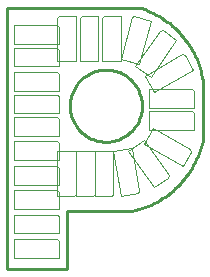
<source format=gto>
G75*
%MOIN*%
%OFA0B0*%
%FSLAX24Y24*%
%IPPOS*%
%LPD*%
%AMOC8*
5,1,8,0,0,1.08239X$1,22.5*
%
%ADD10C,0.0100*%
%ADD11C,0.0040*%
D10*
X002392Y002454D02*
X002392Y011142D01*
X006892Y011142D01*
X008954Y008517D02*
X008954Y006829D01*
X006579Y004392D02*
X004392Y004392D01*
X004392Y002454D01*
X002392Y002454D01*
X006580Y004392D02*
X006686Y004416D01*
X006792Y004445D01*
X006896Y004477D01*
X006999Y004513D01*
X007101Y004553D01*
X007202Y004596D01*
X007301Y004643D01*
X007398Y004693D01*
X007493Y004747D01*
X007586Y004804D01*
X007677Y004864D01*
X007766Y004928D01*
X007853Y004994D01*
X007937Y005064D01*
X008019Y005137D01*
X008098Y005212D01*
X008174Y005290D01*
X008248Y005371D01*
X008318Y005455D01*
X008386Y005541D01*
X008450Y005629D01*
X008511Y005720D01*
X008569Y005813D01*
X008624Y005907D01*
X008675Y006004D01*
X008723Y006102D01*
X008767Y006202D01*
X008808Y006304D01*
X008844Y006407D01*
X008878Y006511D01*
X008907Y006616D01*
X008933Y006722D01*
X008955Y006829D01*
X008954Y008516D02*
X008944Y008623D01*
X008930Y008729D01*
X008912Y008835D01*
X008890Y008940D01*
X008865Y009044D01*
X008836Y009148D01*
X008803Y009250D01*
X008767Y009351D01*
X008727Y009450D01*
X008684Y009548D01*
X008637Y009645D01*
X008587Y009739D01*
X008533Y009832D01*
X008476Y009923D01*
X008416Y010012D01*
X008353Y010099D01*
X008287Y010183D01*
X008217Y010265D01*
X008145Y010344D01*
X008070Y010421D01*
X007993Y010495D01*
X007913Y010566D01*
X007830Y010635D01*
X007745Y010700D01*
X007658Y010762D01*
X007568Y010821D01*
X007477Y010877D01*
X007383Y010930D01*
X007288Y010979D01*
X007191Y011025D01*
X007093Y011067D01*
X006993Y011106D01*
X006891Y011141D01*
X004504Y007892D02*
X004506Y007961D01*
X004512Y008030D01*
X004522Y008098D01*
X004536Y008166D01*
X004553Y008233D01*
X004575Y008299D01*
X004600Y008363D01*
X004629Y008426D01*
X004662Y008487D01*
X004698Y008546D01*
X004737Y008603D01*
X004780Y008657D01*
X004825Y008709D01*
X004874Y008759D01*
X004925Y008805D01*
X004979Y008848D01*
X005036Y008889D01*
X005094Y008925D01*
X005155Y008959D01*
X005217Y008989D01*
X005281Y009015D01*
X005346Y009037D01*
X005413Y009056D01*
X005481Y009071D01*
X005549Y009082D01*
X005618Y009089D01*
X005687Y009092D01*
X005756Y009091D01*
X005825Y009086D01*
X005893Y009077D01*
X005961Y009064D01*
X006028Y009047D01*
X006095Y009027D01*
X006159Y009002D01*
X006222Y008974D01*
X006284Y008943D01*
X006343Y008907D01*
X006401Y008869D01*
X006456Y008827D01*
X006509Y008782D01*
X006559Y008734D01*
X006606Y008684D01*
X006650Y008630D01*
X006691Y008575D01*
X006729Y008517D01*
X006763Y008457D01*
X006794Y008395D01*
X006821Y008331D01*
X006844Y008266D01*
X006864Y008200D01*
X006880Y008132D01*
X006892Y008064D01*
X006900Y007996D01*
X006904Y007927D01*
X006904Y007857D01*
X006900Y007788D01*
X006892Y007720D01*
X006880Y007652D01*
X006864Y007584D01*
X006844Y007518D01*
X006821Y007453D01*
X006794Y007389D01*
X006763Y007327D01*
X006729Y007267D01*
X006691Y007209D01*
X006650Y007154D01*
X006606Y007100D01*
X006559Y007050D01*
X006509Y007002D01*
X006456Y006957D01*
X006401Y006915D01*
X006343Y006877D01*
X006284Y006841D01*
X006222Y006810D01*
X006159Y006782D01*
X006095Y006757D01*
X006028Y006737D01*
X005961Y006720D01*
X005893Y006707D01*
X005825Y006698D01*
X005756Y006693D01*
X005687Y006692D01*
X005618Y006695D01*
X005549Y006702D01*
X005481Y006713D01*
X005413Y006728D01*
X005346Y006747D01*
X005281Y006769D01*
X005217Y006795D01*
X005155Y006825D01*
X005094Y006859D01*
X005036Y006895D01*
X004979Y006936D01*
X004925Y006979D01*
X004874Y007025D01*
X004825Y007075D01*
X004780Y007127D01*
X004737Y007181D01*
X004698Y007238D01*
X004662Y007297D01*
X004629Y007358D01*
X004600Y007421D01*
X004575Y007485D01*
X004553Y007551D01*
X004536Y007618D01*
X004522Y007686D01*
X004512Y007754D01*
X004506Y007823D01*
X004504Y007892D01*
D11*
X004142Y007642D02*
X002642Y007642D01*
X002642Y008267D01*
X004079Y008267D01*
X004142Y008204D01*
X004142Y007642D01*
X004079Y007517D02*
X004142Y007454D01*
X004142Y006892D01*
X002642Y006892D01*
X002642Y007517D01*
X004079Y007517D01*
X004079Y006704D02*
X004142Y006642D01*
X004142Y006079D01*
X002642Y006079D01*
X002642Y006704D01*
X004079Y006704D01*
X004079Y006392D02*
X004704Y006392D01*
X004704Y004954D01*
X004642Y004892D01*
X004079Y004892D01*
X004079Y006392D01*
X004079Y005892D02*
X004142Y005829D01*
X004142Y005267D01*
X002642Y005267D01*
X002642Y005892D01*
X004079Y005892D01*
X004704Y006392D02*
X005329Y006392D01*
X005329Y004954D01*
X005267Y004892D01*
X004704Y004892D01*
X004704Y006392D01*
X005329Y006392D02*
X005954Y006392D01*
X005954Y004954D01*
X005892Y004892D01*
X005329Y004892D01*
X005329Y006392D01*
X005956Y006371D02*
X006571Y006480D01*
X006821Y005064D01*
X006770Y004992D01*
X006216Y004894D01*
X005956Y006371D01*
X006456Y006400D02*
X006968Y006759D01*
X007793Y005581D01*
X007778Y005494D01*
X007317Y005171D01*
X006456Y006400D01*
X006961Y006621D02*
X007273Y007162D01*
X008518Y006444D01*
X008541Y006358D01*
X008260Y005871D01*
X006961Y006621D01*
X007142Y007079D02*
X007142Y007704D01*
X008579Y007704D01*
X008642Y007642D01*
X008642Y007079D01*
X007142Y007079D01*
X007142Y007829D02*
X007142Y008454D01*
X008579Y008454D01*
X008642Y008392D01*
X008642Y007829D01*
X007142Y007829D01*
X007313Y008348D02*
X007001Y008889D01*
X008245Y009608D01*
X008331Y009585D01*
X008612Y009098D01*
X007313Y008348D01*
X007195Y008863D02*
X006683Y009221D01*
X007508Y010399D01*
X007595Y010414D01*
X008055Y010092D01*
X007195Y008863D01*
X006806Y009284D02*
X006202Y009446D01*
X006574Y010835D01*
X006650Y010879D01*
X007194Y010733D01*
X006806Y009284D01*
X006204Y009392D02*
X005579Y009392D01*
X005579Y010829D01*
X005642Y010892D01*
X006204Y010892D01*
X006204Y009392D01*
X005454Y009392D02*
X004829Y009392D01*
X004829Y010829D01*
X004892Y010892D01*
X005454Y010892D01*
X005454Y009392D01*
X004704Y009392D02*
X004079Y009392D01*
X004079Y010829D01*
X004142Y010892D01*
X004704Y010892D01*
X004704Y009392D01*
X004142Y009204D02*
X002642Y009204D01*
X002642Y009829D01*
X004079Y009829D01*
X004142Y009767D01*
X004142Y009204D01*
X004079Y009017D02*
X004142Y008954D01*
X004142Y008392D01*
X002642Y008392D01*
X002642Y009017D01*
X004079Y009017D01*
X004142Y009954D02*
X002642Y009954D01*
X002642Y010579D01*
X004079Y010579D01*
X004142Y010517D01*
X004142Y009954D01*
X004079Y005079D02*
X002642Y005079D01*
X002642Y004454D01*
X004142Y004454D01*
X004142Y005017D01*
X004079Y005079D01*
X004079Y004267D02*
X004142Y004204D01*
X004142Y003642D01*
X002642Y003642D01*
X002642Y004267D01*
X004079Y004267D01*
X004079Y003454D02*
X004142Y003392D01*
X004142Y002829D01*
X002642Y002829D01*
X002642Y003454D01*
X004079Y003454D01*
M02*

</source>
